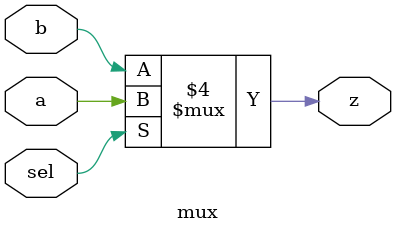
<source format=v>


`timescale 1ns/10ps

module mux (
    z,
    a,
    b,
    sel
);


output z;
reg z;
input a;
input b;
input sel;




always @(b, a, sel) begin: MUX_COMB
    if ((sel == 1)) begin
        z = a;
    end
    else begin
        z = b;
    end
end

endmodule

</source>
